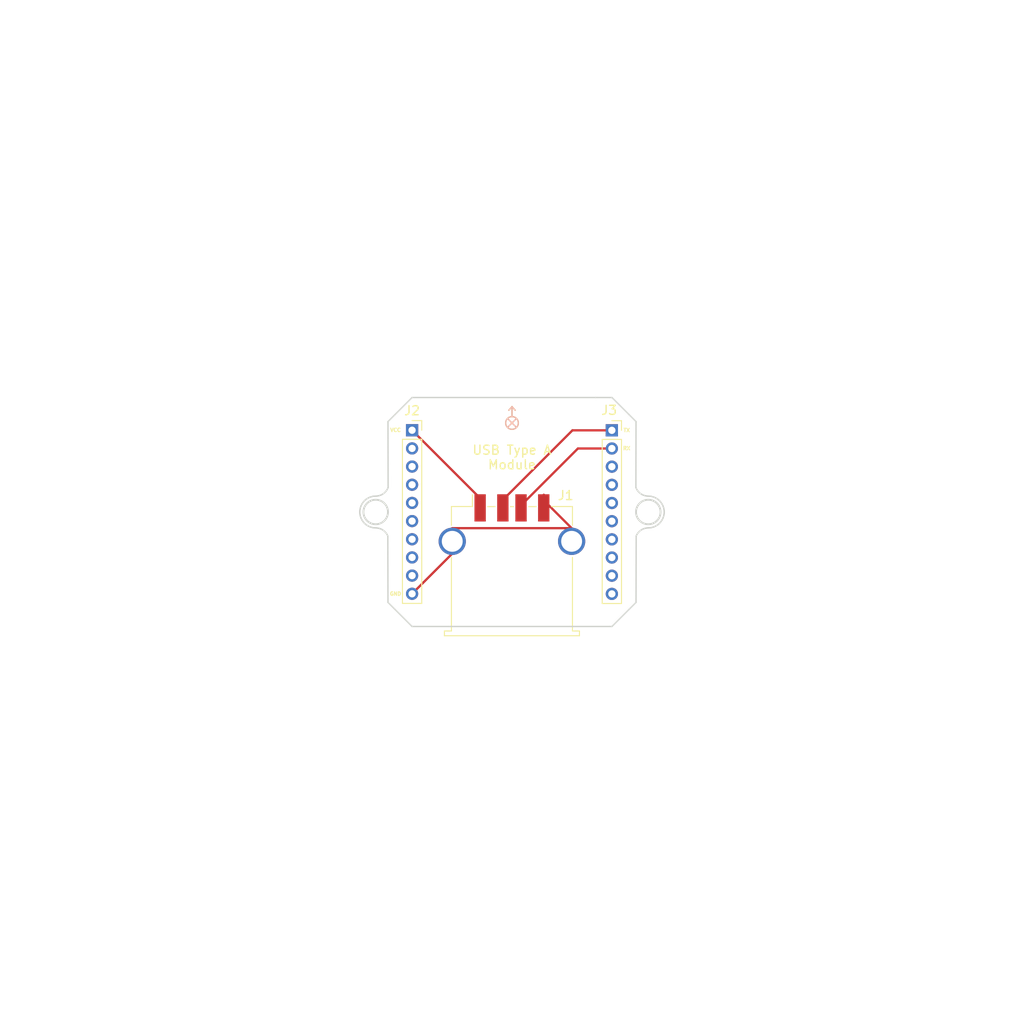
<source format=kicad_pcb>
(kicad_pcb (version 20221018) (generator pcbnew)
  (title_block (title "USB Interface for Bitcraze Crazyflie 2.0") (date "2023-09-22") (company "Jose Ignacio Granados Marín") (comment 1 "Desarrollo de un vehículo aéreo no tripulado modular de bajo costo") (comment 2 "Trabajo Final de Graduación") (comment 3 "Área Académica de Ingeniería en Computadores") (comment 4 "Instituto Tecnológico de Costa Rica"))
  (layers (0 "F.Cu" signal) (31 "B.Cu" signal) (34 "B.Paste" user) (35 "F.Paste" user) (36 "B.SilkS" user "B.Silkscreen") (37 "F.SilkS" user "F.Silkscreen") (38 "B.Mask" user) (39 "F.Mask" user) (44 "Edge.Cuts" user))
  (net 0 "")
  (net 1 "Net-(J1-VBUS)")
  (net 2 "Net-(J1-D-)")
  (net 3 "Net-(J1-D+)")
  (net 4 "Net-(J1-GND)")
  (footprint "Connector_USB:USB_A_TE_292303-7_Horizontal" (layer "F.Cu") (at 144.3228 102.616)
    (fp_text reference "J1" (at 5.9182 -7.747) (layer "F.SilkS"))
    (fp_text value "USB_A" hide)
    (fp_line (start -7.43 7.17) (end -7.43 7.69) (stroke (width 0.12)) (layer "F.SilkS"))
    (fp_line (start -7.43 7.69) (end 7.43 7.69) (stroke (width 0.12)) (layer "F.SilkS"))
    (fp_line (start -6.66 -6.53) (end -6.66 -4.46) (stroke (width 0.12)) (layer "F.SilkS"))
    (fp_line (start -6.66 -6.53) (end -4.35 -6.53) (stroke (width 0.12)) (layer "F.SilkS"))
    (fp_line (start -6.66 7.17) (end -7.43 7.17) (stroke (width 0.12)) (layer "F.SilkS"))
    (fp_line (start -6.66 7.17) (end -6.66 -0.94) (stroke (width 0.12)) (layer "F.SilkS"))
    (fp_line (start -4.35 -7.82) (end -4.35 -6.53) (stroke (width 0.12)) (layer "F.SilkS"))
    (fp_line (start -2.67 -6.52) (end -1.85 -6.52) (stroke (width 0.12)) (layer "F.SilkS"))
    (fp_line (start -0.17 -6.52) (end 0.17 -6.52) (stroke (width 0.12)) (layer "F.SilkS"))
    (fp_line (start 1.85 -6.52) (end 2.67 -6.52) (stroke (width 0.12)) (layer "F.SilkS"))
    (fp_line (start 4.35 -6.53) (end 6.66 -6.53) (stroke (width 0.12)) (layer "F.SilkS"))
    (fp_line (start 6.66 -6.53) (end 6.66 -4.46) (stroke (width 0.12)) (layer "F.SilkS"))
    (fp_line (start 6.66 -0.94) (end 6.66 7.17) (stroke (width 0.12)) (layer "F.SilkS"))
    (fp_line (start 7.43 7.17) (end 6.66 7.17) (stroke (width 0.12)) (layer "F.SilkS"))
    (fp_line (start 7.43 7.69) (end 7.43 7.17) (stroke (width 0.12)) (layer "F.SilkS"))
    (pad "1" smd rect (at -3.5 -6.38) (size 1.25 3) (layers "F.Cu" "F.Paste" "F.Mask") (net 1 "Net-(J1-VBUS)"))
    (pad "2" smd rect (at -1 -6.38) (size 1.25 3) (layers "F.Cu" "F.Paste" "F.Mask") (net 2 "Net-(J1-D-)"))
    (pad "3" smd rect (at 1 -6.38) (size 1.25 3) (layers "F.Cu" "F.Paste" "F.Mask") (net 3 "Net-(J1-D+)"))
    (pad "4" smd rect (at 3.5 -6.38) (size 1.25 3) (layers "F.Cu" "F.Paste" "F.Mask") (net 4 "Net-(J1-GND)"))
    (pad "5" thru_hole circle (at -6.57 -2.7) (size 3 3) (drill 2.3) (layers "*.Cu" "*.Mask") (net 4 "Net-(J1-GND)"))
    (pad "5" thru_hole circle (at 6.57 -2.7) (size 3 3) (drill 2.3) (layers "*.Cu" "*.Mask") (net 4 "Net-(J1-GND)"))
  )
  (footprint "Connector_PinSocket_2.00mm:PinSocket_1x10_P2.00mm_Vertical" (layer "F.Cu") (at 133.3336 87.6902)
    (fp_text reference "J2" (at -0.0036 -2.1602) (layer "F.SilkS"))
    (fp_text value "Conn_01x10_Socket" hide)
    (fp_line (start -1.06 1) (end -1.06 19.06) (stroke (width 0.12)) (layer "F.SilkS"))
    (fp_line (start -1.06 1) (end 1.06 1) (stroke (width 0.12)) (layer "F.SilkS"))
    (fp_line (start -1.06 19.06) (end 1.06 19.06) (stroke (width 0.12)) (layer "F.SilkS"))
    (fp_line (start 0 -1.06) (end 1.06 -1.06) (stroke (width 0.12)) (layer "F.SilkS"))
    (fp_line (start 1.06 -1.06) (end 1.06 0) (stroke (width 0.12)) (layer "F.SilkS"))
    (fp_line (start 1.06 1) (end 1.06 19.06) (stroke (width 0.12)) (layer "F.SilkS"))
    (pad "1" thru_hole rect (at 0 0) (size 1.35 1.35) (drill 0.8) (layers "*.Cu" "*.Mask") (net 1 "Net-(J1-VBUS)"))
    (pad "2" thru_hole oval (at 0 2) (size 1.35 1.35) (drill 0.8) (layers "*.Cu" "*.Mask"))
    (pad "3" thru_hole oval (at 0 4) (size 1.35 1.35) (drill 0.8) (layers "*.Cu" "*.Mask"))
    (pad "4" thru_hole oval (at 0 6) (size 1.35 1.35) (drill 0.8) (layers "*.Cu" "*.Mask"))
    (pad "5" thru_hole oval (at 0 8) (size 1.35 1.35) (drill 0.8) (layers "*.Cu" "*.Mask"))
    (pad "6" thru_hole oval (at 0 10) (size 1.35 1.35) (drill 0.8) (layers "*.Cu" "*.Mask"))
    (pad "7" thru_hole oval (at 0 12) (size 1.35 1.35) (drill 0.8) (layers "*.Cu" "*.Mask"))
    (pad "8" thru_hole oval (at 0 14) (size 1.35 1.35) (drill 0.8) (layers "*.Cu" "*.Mask"))
    (pad "9" thru_hole oval (at 0 16) (size 1.35 1.35) (drill 0.8) (layers "*.Cu" "*.Mask"))
    (pad "10" thru_hole oval (at 0 18) (size 1.35 1.35) (drill 0.8) (layers "*.Cu" "*.Mask") (net 4 "Net-(J1-GND)"))
  )
  (footprint "bitcraze:EXP_ORIENTATION" (layer "F.Cu") (at 144.3298 86.8892 90)
    (fp_text reference "EXP_ORIENTATION" hide)
    (fp_text value "VAL**" hide)
    (fp_line (start 0 0) (end -0.475 -0.475) (stroke (width 0.15)) (layer "B.SilkS"))
    (fp_line (start 0 0) (end -0.475 0.475) (stroke (width 0.15)) (layer "B.SilkS"))
    (fp_line (start 0 0) (end 0.475 -0.475) (stroke (width 0.15)) (layer "B.SilkS"))
    (fp_line (start 0 0) (end 0.475 0.475) (stroke (width 0.15)) (layer "B.SilkS"))
    (fp_line (start 0.7 0) (end 1.8 0) (stroke (width 0.15)) (layer "B.SilkS"))
    (fp_line (start 1.8 0) (end 1.4 -0.35) (stroke (width 0.15)) (layer "B.SilkS"))
    (fp_line (start 1.8 0) (end 1.4 0.35) (stroke (width 0.15)) (layer "B.SilkS"))
    (fp_circle (center 0 0) (end 0.7 0.025) (stroke (width 0.15)) (fill none) (layer "B.SilkS"))
    (fp_line (start 0.7 0) (end 1.8 0) (stroke (width 0.15)) (layer "F.SilkS"))
    (fp_line (start 1.8 0) (end 1.4 -0.35) (stroke (width 0.15)) (layer "F.SilkS"))
    (fp_line (start 1.8 0) (end 1.4 0.35) (stroke (width 0.15)) (layer "F.SilkS"))
    (fp_circle (center 0 0) (end 0.075 0.025) (stroke (width 0.15)) (fill none) (layer "F.SilkS"))
    (fp_circle (center 0 0) (end 0.7 0.025) (stroke (width 0.15)) (fill none) (layer "F.SilkS"))
  )
  (footprint "Connector_PinSocket_2.00mm:PinSocket_1x10_P2.00mm_Vertical" (layer "F.Cu") (at 155.321 87.7006)
    (fp_text reference "J3" (at -0.301 -2.2106) (layer "F.SilkS"))
    (fp_text value "Conn_01x10_Socket" hide)
    (fp_line (start -1.06 1) (end -1.06 19.06) (stroke (width 0.12)) (layer "F.SilkS"))
    (fp_line (start -1.06 1) (end 1.06 1) (stroke (width 0.12)) (layer "F.SilkS"))
    (fp_line (start -1.06 19.06) (end 1.06 19.06) (stroke (width 0.12)) (layer "F.SilkS"))
    (fp_line (start 0 -1.06) (end 1.06 -1.06) (stroke (width 0.12)) (layer "F.SilkS"))
    (fp_line (start 1.06 -1.06) (end 1.06 0) (stroke (width 0.12)) (layer "F.SilkS"))
    (fp_line (start 1.06 1) (end 1.06 19.06) (stroke (width 0.12)) (layer "F.SilkS"))
    (pad "1" thru_hole rect (at 0 0) (size 1.35 1.35) (drill 0.8) (layers "*.Cu" "*.Mask") (net 2 "Net-(J1-D-)"))
    (pad "2" thru_hole oval (at 0 2) (size 1.35 1.35) (drill 0.8) (layers "*.Cu" "*.Mask") (net 3 "Net-(J1-D+)"))
    (pad "3" thru_hole oval (at 0 4) (size 1.35 1.35) (drill 0.8) (layers "*.Cu" "*.Mask"))
    (pad "4" thru_hole oval (at 0 6) (size 1.35 1.35) (drill 0.8) (layers "*.Cu" "*.Mask"))
    (pad "5" thru_hole oval (at 0 8) (size 1.35 1.35) (drill 0.8) (layers "*.Cu" "*.Mask"))
    (pad "6" thru_hole oval (at 0 10) (size 1.35 1.35) (drill 0.8) (layers "*.Cu" "*.Mask"))
    (pad "7" thru_hole oval (at 0 12) (size 1.35 1.35) (drill 0.8) (layers "*.Cu" "*.Mask"))
    (pad "8" thru_hole oval (at 0 14) (size 1.35 1.35) (drill 0.8) (layers "*.Cu" "*.Mask"))
    (pad "9" thru_hole oval (at 0 16) (size 1.35 1.35) (drill 0.8) (layers "*.Cu" "*.Mask"))
    (pad "10" thru_hole oval (at 0 18) (size 1.35 1.35) (drill 0.8) (layers "*.Cu" "*.Mask"))
  )
  (gr_line (start 160.827642 97.59417) (end 160.773513 97.678237) (stroke (width 0.15)) (layer "Edge.Cuts"))
  (gr_line (start 127.580483 96.640312) (end 127.580546 96.740299) (stroke (width 0.15)) (layer "Edge.Cuts"))
  (gr_line (start 127.698731 96.055073) (end 127.665178 96.149262) (stroke (width 0.15)) (layer "Edge.Cuts"))
  (gr_line (start 130.612774 94.169924) (end 130.56267 94.256444) (stroke (width 0.15)) (layer "Edge.Cuts"))
  (gr_line (start 160.274399 98.162372) (end 160.188722 98.213915) (stroke (width 0.15)) (layer "Edge.Cuts"))
  (gr_line (start 130.519253 99.065638) (end 130.573168 99.149836) (stroke (width 0.15)) (layer "Edge.Cuts"))
  (gr_line (start 128.55936 98.260481) (end 128.650356 98.301917) (stroke (width 0.15)) (layer "Edge.Cuts"))
  (gr_line (start 127.614903 97.037955) (end 127.63762 97.135327) (stroke (width 0.15)) (layer "Edge.Cuts"))
  (gr_line (start 128.223367 98.045042) (end 128.302608 98.106019) (stroke (width 0.15)) (layer "Edge.Cuts"))
  (gr_line (start 158.429161 94.626809) (end 158.509749 94.685983) (stroke (width 0.15)) (layer "Edge.Cuts"))
  (gr_line (start 160.993739 97.231242) (end 160.960066 97.325388) (stroke (width 0.15)) (layer "Edge.Cuts"))
  (gr_line (start 131.4298 107.3892) (end 133.3298 109.2892) (stroke (width 0.15)) (layer "Edge.Cuts"))
  (gr_line (start 159.158974 94.929133) (end 159.258607 94.937456) (stroke (width 0.15)) (layer "Edge.Cuts"))
  (gr_line (start 159.823025 95.010144) (end 159.918114 95.041053) (stroke (width 0.15)) (layer "Edge.Cuts"))
  (gr_line (start 160.188722 98.213915) (end 160.10024 98.260481) (stroke (width 0.15)) (layer "Edge.Cuts"))
  (gr_line (start 130.306772 94.562238) (end 130.230439 94.626809) (stroke (width 0.15)) (layer "Edge.Cuts"))
  (gr_line (start 160.583631 97.910023) (end 160.511861 97.979639) (stroke (width 0.15)) (layer "Edge.Cuts"))
  (gr_line (start 161.044697 97.037955) (end 161.02198 97.135327) (stroke (width 0.15)) (layer "Edge.Cuts"))
  (gr_line (start 128.300818 95.27368) (end 128.221654 95.334757) (stroke (width 0.15)) (layer "Edge.Cuts"))
  (gr_line (start 129.229854 94.942056) (end 129.130235 94.950616) (stroke (width 0.15)) (layer "Edge.Cuts"))
  (gr_circle (center 159.3298 96.6892) (end 160.6798 96.6892) (stroke (width 0.2)) (fill none) (layer "Edge.Cuts"))
  (gr_line (start 160.513491 95.400256) (end 160.585173 95.469963) (stroke (width 0.15)) (layer "Edge.Cuts"))
  (gr_line (start 160.009244 98.301917) (end 159.91603 98.338089) (stroke (width 0.15)) (layer "Edge.Cuts"))
  (gr_line (start 158.594212 94.739481) (end 158.682151 94.787051) (stroke (width 0.15)) (layer "Edge.Cuts"))
  (gr_line (start 129.400993 94.937456) (end 129.3298 94.9392) (stroke (width 0.15)) (layer "Edge.Cuts"))
  (gr_line (start 160.356992 98.106019) (end 160.274399 98.162372) (stroke (width 0.15)) (layer "Edge.Cuts"))
  (gr_line (start 128.38334 95.217223) (end 128.300818 95.27368) (stroke (width 0.15)) (layer "Edge.Cuts"))
  (gr_line (start 158.046826 94.169924) (end 158.09693 94.256444) (stroke (width 0.15)) (layer "Edge.Cuts"))
  (gr_line (start 130.6798 106.6392) (end 131.4298 107.3892) (stroke (width 0.15)) (layer "Edge.Cuts"))
  (gr_line (start 130.230439 94.626809) (end 130.149851 94.685983) (stroke (width 0.15)) (layer "Edge.Cuts"))
  (gr_line (start 127.886087 97.678237) (end 127.944929 97.759076) (stroke (width 0.15)) (layer "Edge.Cuts"))
  (gr_line (start 130.149851 94.685983) (end 130.065388 94.739481) (stroke (width 0.15)) (layer "Edge.Cuts"))
  (gr_line (start 129.500626 94.929133) (end 129.400993 94.937456) (stroke (width 0.15)) (layer "Edge.Cuts"))
  (gr_line (start 159.724172 98.394185) (end 159.626153 98.413925) (stroke (width 0.15)) (layer "Edge.Cuts"))
  (gr_line (start 129.625456 98.470492) (end 129.722508 98.494512) (stroke (width 0.15)) (layer "Edge.Cuts"))
  (gr_line (start 127.73761 95.962955) (end 127.698731 96.055073) (stroke (width 0.15)) (layer "Edge.Cuts"))
  (gr_line (start 129.977449 94.787051) (end 129.88645 94.828466) (stroke (width 0.15)) (layer "Edge.Cuts"))
  (gr_line (start 130.087389 98.655289) (end 130.170609 98.710702) (stroke (width 0.15)) (layer "Edge.Cuts"))
  (gr_line (start 130.662979 99.328359) (end 130.6798 106.6392) (stroke (width 0.15)) (layer "Edge.Cuts"))
  (gr_line (start 127.781686 95.873208) (end 127.73761 95.962955) (stroke (width 0.15)) (layer "Edge.Cuts"))
  (gr_line (start 130.44525 94.418151) (end 130.378488 94.492576) (stroke (width 0.15)) (layer "Edge.Cuts"))
  (gr_line (start 159.429746 94.942056) (end 159.529365 94.950616) (stroke (width 0.15)) (layer "Edge.Cuts"))
  (gr_line (start 158.140347 99.065638) (end 158.086432 99.149836) (stroke (width 0.15)) (layer "Edge.Cuts"))
  (gr_line (start 160.92199 95.962955) (end 160.960869 96.055073) (stroke (width 0.15)) (layer "Edge.Cuts"))
  (gr_line (start 128.221654 95.334757) (end 128.146109 95.400256) (stroke (width 0.15)) (layer "Edge.Cuts"))
  (gr_line (start 159.232054 98.44277) (end 159.132621 98.453217) (stroke (width 0.15)) (layer "Edge.Cuts"))
  (gr_line (start 128.933274 94.984715) (end 128.836575 95.010144) (stroke (width 0.15)) (layer "Edge.Cuts"))
  (gr_line (start 161.07347 96.540485) (end 161.079117 96.640312) (stroke (width 0.15)) (layer "Edge.Cuts"))
  (gr_line (start 130.378488 94.492576) (end 130.306772 94.562238) (stroke (width 0.15)) (layer "Edge.Cuts"))
  (gr_line (start 160.10024 98.260481) (end 160.009244 98.301917) (stroke (width 0.15)) (layer "Edge.Cuts"))
  (gr_line (start 129.031267 94.964851) (end 128.933274 94.984715) (stroke (width 0.15)) (layer "Edge.Cuts"))
  (gr_line (start 129.722508 98.494512) (end 129.817674 98.525163) (stroke (width 0.15)) (layer "Edge.Cuts"))
  (gr_line (start 158.334978 98.838046) (end 158.264916 98.909372) (stroke (width 0.15)) (layer "Edge.Cuts"))
  (gr_line (start 159.33197 98.439199) (end 159.33197 98.439199) (stroke (width 0.15)) (layer "Edge.Cuts"))
  (gr_line (start 127.580546 96.740299) (end 127.586319 96.840118) (stroke (width 0.15)) (layer "Edge.Cuts"))
  (gr_line (start 128.470878 98.213915) (end 128.55936 98.260481) (stroke (width 0.15)) (layer "Edge.Cuts"))
  (gr_line (start 159.529365 94.950616) (end 159.628333 94.964851) (stroke (width 0.15)) (layer "Edge.Cuts"))
  (gr_line (start 129.599452 94.913985) (end 129.500626 94.929133) (stroke (width 0.15)) (layer "Edge.Cuts"))
  (gr_line (start 130.506741 94.339317) (end 130.44525 94.418151) (stroke (width 0.15)) (layer "Edge.Cuts"))
  (gr_line (start 160.716022 95.621076) (end 160.774762 95.701989) (stroke (width 0.15)) (layer "Edge.Cuts"))
  (gr_circle (center 129.3298 96.6892) (end 130.6798 96.6892) (stroke (width 0.2)) (fill none) (layer "Edge.Cuts"))
  (gr_line (start 160.102226 95.118894) (end 160.190648 95.165572) (stroke (width 0.15)) (layer "Edge.Cuts"))
  (gr_line (start 158.21435 94.418151) (end 158.281112 94.492576) (stroke (width 0.15)) (layer "Edge.Cuts"))
  (gr_line (start 128.008292 97.836422) (end 128.075969 97.910023) (stroke (width 0.15)) (layer "Edge.Cuts"))
  (gr_line (start 157.2298 107.3892) (end 155.3298 109.2892) (stroke (width 0.15)) (layer "Edge.Cuts"))
  (gr_line (start 130.459663 98.985357) (end 130.519253 99.065638) (stroke (width 0.15)) (layer "Edge.Cuts"))
  (gr_line (start 158.682151 94.787051) (end 158.77315 94.828466) (stroke (width 0.15)) (layer "Edge.Cuts"))
  (gr_line (start 128.838698 98.368878) (end 128.935428 98.394185) (stroke (width 0.15)) (layer "Edge.Cuts"))
  (gr_line (start 158.509749 94.685983) (end 158.594212 94.739481) (stroke (width 0.15)) (layer "Edge.Cuts"))
  (gr_line (start 160.652757 95.543649) (end 160.716022 95.621076) (stroke (width 0.15)) (layer "Edge.Cuts"))
  (gr_line (start 127.665861 97.231242) (end 127.699534 97.325388) (stroke (width 0.15)) (layer "Edge.Cuts"))
  (gr_line (start 128.147739 97.979639) (end 128.223367 98.045042) (stroke (width 0.15)) (layer "Edge.Cuts"))
  (gr_line (start 158.77315 94.828466) (end 158.866779 94.863533) (stroke (width 0.15)) (layer "Edge.Cuts"))
  (gr_line (start 160.877914 95.873208) (end 160.92199 95.962955) (stroke (width 0.15)) (layer "Edge.Cuts"))
  (gr_line (start 127.831958 97.59417) (end 127.886087 97.678237) (stroke (width 0.15)) (layer "Edge.Cuts"))
  (gr_line (start 158.199937 98.985357) (end 158.140347 99.065638) (stroke (width 0.15)) (layer "Edge.Cuts"))
  (gr_line (start 158.038447 99.237548) (end 157.996621 99.328359) (stroke (width 0.15)) (layer "Edge.Cuts"))
  (gr_line (start 130.065388 94.739481) (end 129.977449 94.787051) (stroke (width 0.15)) (layer "Edge.Cuts"))
  (gr_line (start 159.258607 94.937456) (end 159.3298 94.9392) (stroke (width 0.15)) (layer "Edge.Cuts"))
  (gr_line (start 158.152859 94.339317) (end 158.21435 94.418151) (stroke (width 0.15)) (layer "Edge.Cuts"))
  (gr_line (start 159.820902 98.368878) (end 159.724172 98.394185) (stroke (width 0.15)) (layer "Edge.Cuts"))
  (gr_line (start 159.132621 98.453217) (end 159.034144 98.470492) (stroke (width 0.15)) (layer "Edge.Cuts"))
  (gr_line (start 127.830815 95.786124) (end 127.781686 95.873208) (stroke (width 0.15)) (layer "Edge.Cuts"))
  (gr_line (start 128.385201 98.162372) (end 128.470878 98.213915) (stroke (width 0.15)) (layer "Edge.Cuts"))
  (gr_line (start 130.621153 99.237548) (end 130.662979 99.328359) (stroke (width 0.15)) (layer "Edge.Cuts"))
  (gr_line (start 128.557374 95.118894) (end 128.468952 95.165572) (stroke (width 0.15)) (layer "Edge.Cuts"))
  (gr_line (start 160.651308 97.836422) (end 160.583631 97.910023) (stroke (width 0.15)) (layer "Edge.Cuts"))
  (gr_line (start 130.394684 98.909372) (end 130.459663 98.985357) (stroke (width 0.15)) (layer "Edge.Cuts"))
  (gr_line (start 158.962596 94.892084) (end 159.060148 94.913985) (stroke (width 0.15)) (layer "Edge.Cuts"))
  (gr_line (start 159.726326 94.984715) (end 159.823025 95.010144) (stroke (width 0.15)) (layer "Edge.Cuts"))
  (gr_line (start 160.773513 97.678237) (end 160.714671 97.759076) (stroke (width 0.15)) (layer "Edge.Cuts"))
  (gr_line (start 128.006843 95.543649) (end 127.943578 95.621076) (stroke (width 0.15)) (layer "Edge.Cuts"))
  (gr_line (start 157.965011 93.987596) (end 158.002783 94.080167) (stroke (width 0.15)) (layer "Edge.Cuts"))
  (gr_line (start 155.3298 84.0892) (end 153.5298 84.0892) (stroke (width 0.15)) (layer "Edge.Cuts"))
  (gr_line (start 157.9798 106.6392) (end 157.2298 107.3892) (stroke (width 0.15)) (layer "Edge.Cuts"))
  (gr_line (start 129.033447 98.413925) (end 129.132433 98.428035) (stroke (width 0.15)) (layer "Edge.Cuts"))
  (gr_line (start 130.573168 99.149836) (end 130.621153 99.237548) (stroke (width 0.15)) (layer "Edge.Cuts"))
  (gr_line (start 127.665178 96.149262) (end 127.637058 96.245212) (stroke (width 0.15)) (layer "Edge.Cuts"))
  (gr_line (start 159.527167 98.428035) (end 159.427537 98.436469) (stroke (width 0.15)) (layer "Edge.Cuts"))
  (gr_line (start 160.828785 95.786124) (end 160.877914 95.873208) (stroke (width 0.15)) (layer "Edge.Cuts"))
  (gr_line (start 130.694589 93.987596) (end 130.656817 94.080167) (stroke (width 0.15)) (layer "Edge.Cuts"))
  (gr_line (start 130.656817 94.080167) (end 130.612774 94.169924) (stroke (width 0.15)) (layer "Edge.Cuts"))
  (gr_line (start 160.511861 97.979639) (end 160.436233 98.045042) (stroke (width 0.15)) (layer "Edge.Cuts"))
  (gr_line (start 130.324622 98.838046) (end 130.394684 98.909372) (stroke (width 0.15)) (layer "Edge.Cuts"))
  (gr_line (start 130.56267 94.256444) (end 130.506741 94.339317) (stroke (width 0.15)) (layer "Edge.Cuts"))
  (gr_line (start 127.597784 96.939445) (end 127.614903 97.037955) (stroke (width 0.15)) (layer "Edge.Cuts"))
  (gr_line (start 161.062131 96.441144) (end 161.07347 96.540485) (stroke (width 0.15)) (layer "Edge.Cuts"))
  (gr_line (start 127.943578 95.621076) (end 127.884838 95.701989) (stroke (width 0.15)) (layer "Edge.Cuts"))
  (gr_line (start 158.09693 94.256444) (end 158.152859 94.339317) (stroke (width 0.15)) (layer "Edge.Cuts"))
  (gr_line (start 129.130235 94.950616) (end 129.031267 94.964851) (stroke (width 0.15)) (layer "Edge.Cuts"))
  (gr_line (start 129.88645 94.828466) (end 129.792821 94.863533) (stroke (width 0.15)) (layer "Edge.Cuts"))
  (gr_line (start 129.817674 98.525163) (end 129.910501 98.562298) (stroke (width 0.15)) (layer "Edge.Cuts"))
  (gr_line (start 161.02198 97.135327) (end 160.993739 97.231242) (stroke (width 0.15)) (layer "Edge.Cuts"))
  (gr_line (start 160.960066 97.325388) (end 160.921071 97.417456) (stroke (width 0.15)) (layer "Edge.Cuts"))
  (gr_line (start 128.302608 98.106019) (end 128.385201 98.162372) (stroke (width 0.15)) (layer "Edge.Cuts"))
  (gr_line (start 161.022542 96.245212) (end 161.045136 96.342613) (stroke (width 0.15)) (layer "Edge.Cuts"))
  (gr_line (start 127.614464 96.342613) (end 127.597469 96.441144) (stroke (width 0.15)) (layer "Edge.Cuts"))
  (gr_line (start 158.749099 98.562298) (end 158.659051 98.605743) (stroke (width 0.15)) (layer "Edge.Cuts"))
  (gr_line (start 158.937092 98.494512) (end 158.841926 98.525163) (stroke (width 0.15)) (layer "Edge.Cuts"))
  (gr_line (start 158.572211 98.655289) (end 158.488991 98.710702) (stroke (width 0.15)) (layer "Edge.Cuts"))
  (gr_line (start 128.836575 95.010144) (end 128.741486 95.041053) (stroke (width 0.15)) (layer "Edge.Cuts"))
  (gr_line (start 161.073281 96.840118) (end 161.061816 96.939445) (stroke (width 0.15)) (layer "Edge.Cuts"))
  (gr_line (start 127.738529 97.417456) (end 127.782718 97.507148) (stroke (width 0.15)) (layer "Edge.Cuts"))
  (gr_line (start 129.526979 98.453217) (end 129.625456 98.470492) (stroke (width 0.15)) (layer "Edge.Cuts"))
  (gr_line (start 127.597469 96.441144) (end 127.58613 96.540485) (stroke (width 0.15)) (layer "Edge.Cuts"))
  (gr_line (start 130.694589 93.987596) (end 130.6798 86.7392) (stroke (width 0.15)) (layer "Edge.Cuts"))
  (gr_line (start 161.061816 96.939445) (end 161.044697 97.037955) (stroke (width 0.15)) (layer "Edge.Cuts"))
  (gr_line (start 159.626153 98.413925) (end 159.527167 98.428035) (stroke (width 0.15)) (layer "Edge.Cuts"))
  (gr_line (start 158.002783 94.080167) (end 158.046826 94.169924) (stroke (width 0.15)) (layer "Edge.Cuts"))
  (gr_line (start 157.996621 99.328359) (end 157.9798 106.6392) (stroke (width 0.15)) (layer "Edge.Cuts"))
  (gr_line (start 133.3298 84.0892) (end 153.5298 84.0892) (stroke (width 0.15)) (layer "Edge.Cuts"))
  (gr_line (start 127.944929 97.759076) (end 128.008292 97.836422) (stroke (width 0.15)) (layer "Edge.Cuts"))
  (gr_line (start 129.3298 94.9392) (end 129.229854 94.942056) (stroke (width 0.15)) (layer "Edge.Cuts"))
  (gr_line (start 127.699534 97.325388) (end 127.738529 97.417456) (stroke (width 0.15)) (layer "Edge.Cuts"))
  (gr_line (start 158.488991 98.710702) (end 158.409788 98.771717) (stroke (width 0.15)) (layer "Edge.Cuts"))
  (gr_line (start 127.637058 96.245212) (end 127.614464 96.342613) (stroke (width 0.15)) (layer "Edge.Cuts"))
  (gr_line (start 157.2298 85.9892) (end 155.3298 84.0892) (stroke (width 0.15)) (layer "Edge.Cuts"))
  (gr_line (start 157.965011 93.987596) (end 157.9798 86.7392) (stroke (width 0.15)) (layer "Edge.Cuts"))
  (gr_line (start 158.659051 98.605743) (end 158.572211 98.655289) (stroke (width 0.15)) (layer "Edge.Cuts"))
  (gr_line (start 160.994422 96.149262) (end 161.022542 96.245212) (stroke (width 0.15)) (layer "Edge.Cuts"))
  (gr_line (start 128.074427 95.469963) (end 128.006843 95.543649) (stroke (width 0.15)) (layer "Edge.Cuts"))
  (gr_line (start 129.132433 98.428035) (end 129.232063 98.436469) (stroke (width 0.15)) (layer "Edge.Cuts"))
  (gr_line (start 159.3298 94.9392) (end 159.429746 94.942056) (stroke (width 0.15)) (layer "Edge.Cuts"))
  (gr_line (start 160.358782 95.27368) (end 160.437946 95.334757) (stroke (width 0.15)) (layer "Edge.Cuts"))
  (gr_line (start 127.58613 96.540485) (end 127.580483 96.640312) (stroke (width 0.15)) (layer "Edge.Cuts"))
  (gr_line (start 128.146109 95.400256) (end 128.074427 95.469963) (stroke (width 0.15)) (layer "Edge.Cuts"))
  (gr_line (start 127.782718 97.507148) (end 127.831958 97.59417) (stroke (width 0.15)) (layer "Edge.Cuts"))
  (gr_line (start 130.6798 86.7392) (end 131.4298 85.9892) (stroke (width 0.15)) (layer "Edge.Cuts"))
  (gr_line (start 160.714671 97.759076) (end 160.651308 97.836422) (stroke (width 0.15)) (layer "Edge.Cuts"))
  (gr_line (start 128.650356 98.301917) (end 128.74357 98.338089) (stroke (width 0.15)) (layer "Edge.Cuts"))
  (gr_line (start 159.427537 98.436469) (end 159.33197 98.439199) (stroke (width 0.15)) (layer "Edge.Cuts"))
  (gr_line (start 160.774762 95.701989) (end 160.828785 95.786124) (stroke (width 0.15)) (layer "Edge.Cuts"))
  (gr_line (start 128.935428 98.394185) (end 129.033447 98.413925) (stroke (width 0.15)) (layer "Edge.Cuts"))
  (gr_line (start 158.866779 94.863533) (end 158.962596 94.892084) (stroke (width 0.15)) (layer "Edge.Cuts"))
  (gr_line (start 159.918114 95.041053) (end 160.011282 95.077343) (stroke (width 0.15)) (layer "Edge.Cuts"))
  (gr_line (start 155.3298 109.2892) (end 133.3298 109.2892) (stroke (width 0.15)) (layer "Edge.Cuts"))
  (gr_line (start 161.079117 96.640312) (end 161.079054 96.740299) (stroke (width 0.15)) (layer "Edge.Cuts"))
  (gr_line (start 129.792821 94.863533) (end 129.697004 94.892084) (stroke (width 0.15)) (layer "Edge.Cuts"))
  (gr_line (start 158.841926 98.525163) (end 158.749099 98.562298) (stroke (width 0.15)) (layer "Edge.Cuts"))
  (gr_line (start 160.011282 95.077343) (end 160.102226 95.118894) (stroke (width 0.15)) (layer "Edge.Cuts"))
  (gr_line (start 128.075969 97.910023) (end 128.147739 97.979639) (stroke (width 0.15)) (layer "Edge.Cuts"))
  (gr_line (start 129.32763 98.439199) (end 129.427546 98.44277) (stroke (width 0.15)) (layer "Edge.Cuts"))
  (gr_line (start 160.27626 95.217223) (end 160.358782 95.27368) (stroke (width 0.15)) (layer "Edge.Cuts"))
  (gr_line (start 159.628333 94.964851) (end 159.726326 94.984715) (stroke (width 0.15)) (layer "Edge.Cuts"))
  (gr_line (start 131.4298 85.9892) (end 133.3298 84.0892) (stroke (width 0.15)) (layer "Edge.Cuts"))
  (gr_line (start 159.33197 98.439199) (end 159.232054 98.44277) (stroke (width 0.15)) (layer "Edge.Cuts"))
  (gr_line (start 127.884838 95.701989) (end 127.830815 95.786124) (stroke (width 0.15)) (layer "Edge.Cuts"))
  (gr_line (start 160.585173 95.469963) (end 160.652757 95.543649) (stroke (width 0.15)) (layer "Edge.Cuts"))
  (gr_line (start 129.697004 94.892084) (end 129.599452 94.913985) (stroke (width 0.15)) (layer "Edge.Cuts"))
  (gr_line (start 160.437946 95.334757) (end 160.513491 95.400256) (stroke (width 0.15)) (layer "Edge.Cuts"))
  (gr_line (start 128.468952 95.165572) (end 128.38334 95.217223) (stroke (width 0.15)) (layer "Edge.Cuts"))
  (gr_line (start 160.876882 97.507148) (end 160.827642 97.59417) (stroke (width 0.15)) (layer "Edge.Cuts"))
  (gr_line (start 160.190648 95.165572) (end 160.27626 95.217223) (stroke (width 0.15)) (layer "Edge.Cuts"))
  (gr_line (start 158.352828 94.562238) (end 158.429161 94.626809) (stroke (width 0.15)) (layer "Edge.Cuts"))
  (gr_line (start 127.63762 97.135327) (end 127.665861 97.231242) (stroke (width 0.15)) (layer "Edge.Cuts"))
  (gr_line (start 129.427546 98.44277) (end 129.526979 98.453217) (stroke (width 0.15)) (layer "Edge.Cuts"))
  (gr_line (start 159.91603 98.338089) (end 159.820902 98.368878) (stroke (width 0.15)) (layer "Edge.Cuts"))
  (gr_line (start 158.264916 98.909372) (end 158.199937 98.985357) (stroke (width 0.15)) (layer "Edge.Cuts"))
  (gr_line (start 158.281112 94.492576) (end 158.352828 94.562238) (stroke (width 0.15)) (layer "Edge.Cuts"))
  (gr_line (start 130.170609 98.710702) (end 130.249812 98.771717) (stroke (width 0.15)) (layer "Edge.Cuts"))
  (gr_line (start 158.086432 99.149836) (end 158.038447 99.237548) (stroke (width 0.15)) (layer "Edge.Cuts"))
  (gr_line (start 127.586319 96.840118) (end 127.597784 96.939445) (stroke (width 0.15)) (layer "Edge.Cuts"))
  (gr_line (start 128.741486 95.041053) (end 128.648318 95.077343) (stroke (width 0.15)) (layer "Edge.Cuts"))
  (gr_line (start 160.436233 98.045042) (end 160.356992 98.106019) (stroke (width 0.15)) (layer "Edge.Cuts"))
  (gr_line (start 129.910501 98.562298) (end 130.000549 98.605743) (stroke (width 0.15)) (layer "Edge.Cuts"))
  (gr_line (start 161.045136 96.342613) (end 161.062131 96.441144) (stroke (width 0.15)) (layer "Edge.Cuts"))
  (gr_line (start 130.000549 98.605743) (end 130.087389 98.655289) (stroke (width 0.15)) (layer "Edge.Cuts"))
  (gr_line (start 129.232063 98.436469) (end 129.32763 98.439199) (stroke (width 0.15)) (layer "Edge.Cuts"))
  (gr_line (start 159.060148 94.913985) (end 159.158974 94.929133) (stroke (width 0.15)) (layer "Edge.Cuts"))
  (gr_line (start 159.034144 98.470492) (end 158.937092 98.494512) (stroke (width 0.15)) (layer "Edge.Cuts"))
  (gr_line (start 130.249812 98.771717) (end 130.324622 98.838046) (stroke (width 0.15)) (layer "Edge.Cuts"))
  (gr_line (start 157.9798 86.7392) (end 157.2298 85.9892) (stroke (width 0.15)) (layer "Edge.Cuts"))
  (gr_line (start 161.079054 96.740299) (end 161.073281 96.840118) (stroke (width 0.15)) (layer "Edge.Cuts"))
  (gr_line (start 128.74357 98.338089) (end 128.838698 98.368878) (stroke (width 0.15)) (layer "Edge.Cuts"))
  (gr_line (start 160.921071 97.417456) (end 160.876882 97.507148) (stroke (width 0.15)) (layer "Edge.Cuts"))
  (gr_line (start 158.409788 98.771717) (end 158.334978 98.838046) (stroke (width 0.15)) (layer "Edge.Cuts"))
  (gr_line (start 128.648318 95.077343) (end 128.557374 95.118894) (stroke (width 0.15)) (layer "Edge.Cuts"))
  (gr_line (start 160.960869 96.055073) (end 160.994422 96.149262) (stroke (width 0.15)) (layer "Edge.Cuts"))
  (gr_text "GND" (at 131.51 105.69) (layer "F.SilkS") (effects (font (size 0.4 0.4) (thickness 0.1) bold)))
  (gr_text "USB Type A\nModule" (at 144.3228 90.678) (layer "F.SilkS") (effects (font (size 1 1))))
  (gr_text "VCC" (at 131.51 87.67) (layer "F.SilkS") (effects (font (size 0.4 0.4) (thickness 0.1) bold)))
  (gr_text "TX" (at 156.95 87.69) (layer "F.SilkS") (effects (font (size 0.4 0.4) (thickness 0.1) bold)))
  (gr_text "RX" (at 156.95 89.68) (layer "F.SilkS") (effects (font (size 0.4 0.4) (thickness 0.1) bold)))
  (segment (start 133.3336 87.6902) (end 133.7248 87.6902) (width 0.25) (layer "F.Cu") (net 1))
  (segment (start 133.3336 87.6902) (end 140.8228 95.1794) (width 0.25) (layer "F.Cu") (net 1))
  (segment (start 155.321 87.7006) (end 150.9832 87.7006) (width 0.25) (layer "F.Cu") (net 2))
  (segment (start 143.3228 95.361) (end 143.3228 96.236) (width 0.25) (layer "F.Cu") (net 2))
  (segment (start 150.9832 87.7006) (end 143.3228 95.361) (width 0.25) (layer "F.Cu") (net 2))
  (segment (start 155.321 89.7006) (end 151.5832 89.7006) (width 0.25) (layer "F.Cu") (net 3))
  (segment (start 151.5832 89.7006) (end 145.3228 95.961) (width 0.25) (layer "F.Cu") (net 3))
  (segment (start 145.3228 95.961) (end 145.3228 96.236) (width 0.25) (layer "F.Cu") (net 3))
  (segment (start 133.3336 105.6902) (end 137.7528 101.271) (width 0.25) (layer "F.Cu") (net 4))
  (segment (start 150.8928 98.4682) (end 147.8228 95.3982) (width 0.25) (layer "F.Cu") (net 4))
  (segment (start 137.7528 101.271) (end 137.7528 98.4682) (width 0.25) (layer "F.Cu") (net 4))
  (segment (start 147.8228 95.3982) (end 147.8228 94.7882) (width 0.25) (layer "F.Cu") (net 4))
  (segment (start 137.7528 98.4682) (end 150.8928 98.4682) (width 0.25) (layer "F.Cu") (net 4))
)
</source>
